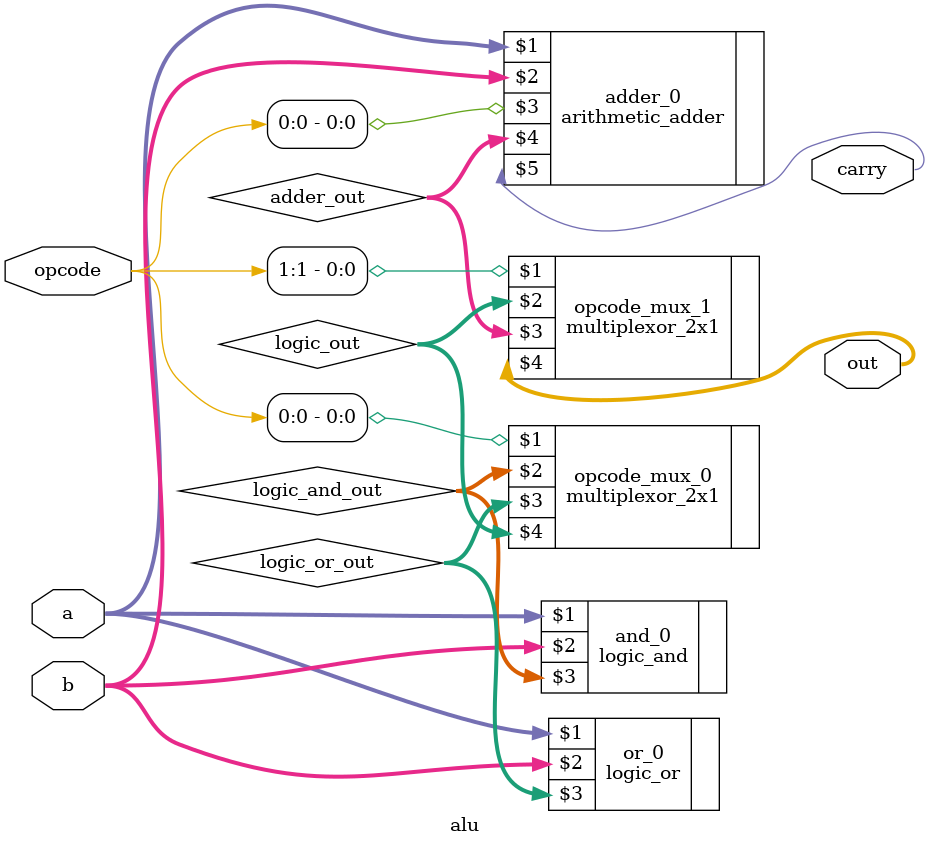
<source format=v>
module alu(input[1:0]   opcode,
           input[31:0]  a,
           input[31:0]  b,
           output[31:0] out,
           output       carry);

    wire[31:0] logic_and_out;
    wire[31:0] logic_or_out;
    wire[31:0] logic_out;
    wire[31:0] adder_out;

    logic_and             and_0(a, b, logic_and_out);
    logic_or              or_0(a, b, logic_or_out);
    arithmetic_adder#(32) adder_0(a, b, opcode[0], adder_out, carry);

    multiplexor_2x1 opcode_mux_0(opcode[0], logic_and_out,
                                 logic_or_out, logic_out);
    multiplexor_2x1 opcode_mux_1(opcode[1], logic_out, adder_out, out);

endmodule

</source>
